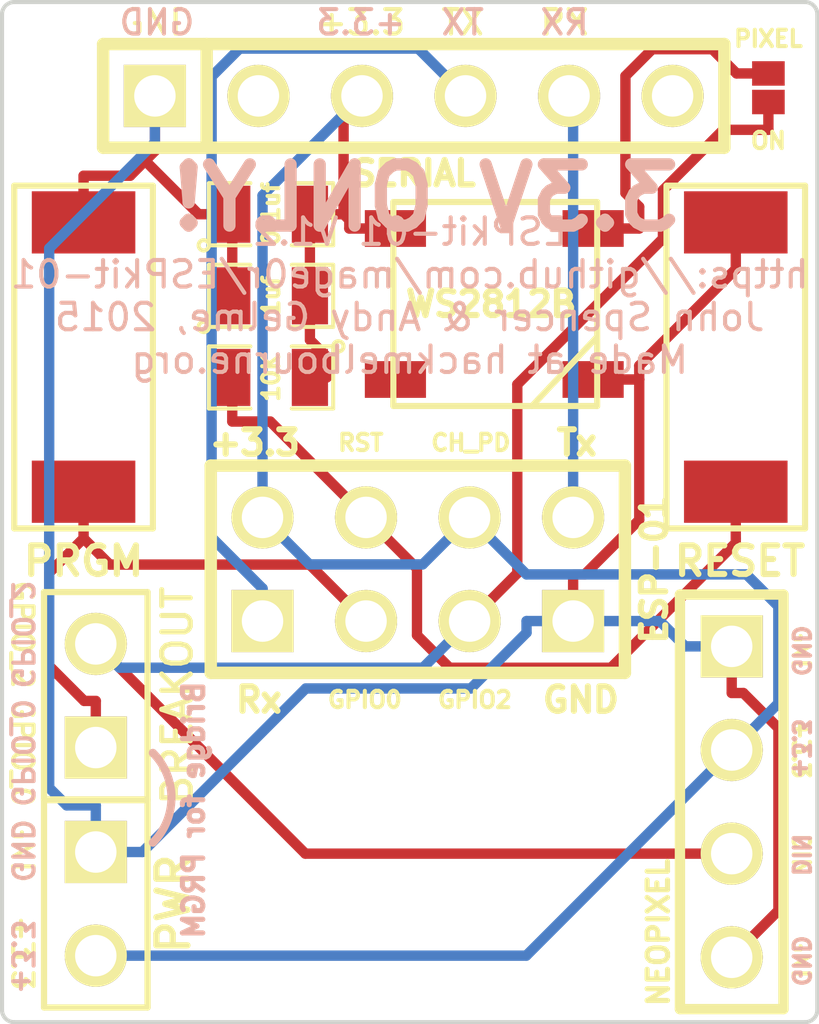
<source format=kicad_pcb>
(kicad_pcb (version 3) (host pcbnew "(2013-07-07 BZR 4022)-stable")

  (general
    (links 27)
    (no_connects 0)
    (area 11.240477 11.749243 32.473809 37.438722)
    (thickness 1.6)
    (drawings 38)
    (tracks 111)
    (zones 0)
    (modules 12)
    (nets 9)
  )

  (page A3)
  (layers
    (15 F.Cu signal)
    (0 B.Cu signal)
    (16 B.Adhes user)
    (17 F.Adhes user)
    (18 B.Paste user)
    (19 F.Paste user)
    (20 B.SilkS user)
    (21 F.SilkS user)
    (22 B.Mask user)
    (23 F.Mask user)
    (24 Dwgs.User user)
    (25 Cmts.User user)
    (26 Eco1.User user)
    (27 Eco2.User user)
    (28 Edge.Cuts user)
  )

  (setup
    (last_trace_width 0.254)
    (trace_clearance 0.254)
    (zone_clearance 0.508)
    (zone_45_only no)
    (trace_min 0.254)
    (segment_width 0.2)
    (edge_width 0.1)
    (via_size 0.889)
    (via_drill 0.635)
    (via_min_size 0.889)
    (via_min_drill 0.508)
    (uvia_size 0.508)
    (uvia_drill 0.127)
    (uvias_allowed no)
    (uvia_min_size 0.508)
    (uvia_min_drill 0.127)
    (pcb_text_width 0.3)
    (pcb_text_size 1.5 1.5)
    (mod_edge_width 0.15)
    (mod_text_size 1 1)
    (mod_text_width 0.15)
    (pad_size 1.524 2.54)
    (pad_drill 0)
    (pad_to_mask_clearance 0)
    (aux_axis_origin 0 0)
    (visible_elements 7FFFFFFF)
    (pcbplotparams
      (layerselection 301957121)
      (usegerberextensions true)
      (excludeedgelayer true)
      (linewidth 0.150000)
      (plotframeref false)
      (viasonmask false)
      (mode 1)
      (useauxorigin false)
      (hpglpennumber 1)
      (hpglpenspeed 20)
      (hpglpendiameter 15)
      (hpglpenoverlay 2)
      (psnegative false)
      (psa4output false)
      (plotreference true)
      (plotvalue true)
      (plotothertext true)
      (plotinvisibletext false)
      (padsonsilk false)
      (subtractmaskfromsilk false)
      (outputformat 1)
      (mirror false)
      (drillshape 0)
      (scaleselection 1)
      (outputdirectory Gerber.x2/))
  )

  (net 0 "")
  (net 1 +3.3V)
  (net 2 GND)
  (net 3 GPIO0)
  (net 4 GPIO2)
  (net 5 N-0000012)
  (net 6 N-000004)
  (net 7 RX)
  (net 8 TX)

  (net_class Default "This is the default net class."
    (clearance 0.254)
    (trace_width 0.254)
    (via_dia 0.889)
    (via_drill 0.635)
    (uvia_dia 0.508)
    (uvia_drill 0.127)
    (add_net "")
    (add_net +3.3V)
    (add_net GND)
    (add_net GPIO0)
    (add_net GPIO2)
    (add_net N-0000012)
    (add_net N-000004)
    (add_net RX)
    (add_net TX)
  )

  (module ws2812b (layer F.Cu) (tedit 5502FF8E) (tstamp 54EDDE40)
    (at 24.2 19.5)
    (descr ws2812b)
    (tags ws2812b)
    (path /54EDD60A)
    (fp_text reference IC1 (at 0 -3.5) (layer F.SilkS) hide
      (effects (font (size 1 1) (thickness 0.15)))
    )
    (fp_text value WS2812B (at -0.1 0) (layer F.SilkS)
      (effects (font (size 0.6 0.6) (thickness 0.15)))
    )
    (fp_line (start 0.9 2.5) (end 2.5 0.8) (layer F.SilkS) (width 0.15))
    (fp_line (start -2.5 2.5) (end -2.5 -2.5) (layer F.SilkS) (width 0.15))
    (fp_line (start -2.5 -2.5) (end 2.5 -2.5) (layer F.SilkS) (width 0.15))
    (fp_line (start 2.5 -2.5) (end 2.5 2.5) (layer F.SilkS) (width 0.15))
    (fp_line (start 2.5 2.5) (end -2.5 2.5) (layer F.SilkS) (width 0.15))
    (pad 1 smd rect (at -2.45 -1.85) (size 1.5 0.9)
      (layers F.Cu F.Paste F.Mask)
      (net 1 +3.3V)
    )
    (pad 2 smd rect (at -2.45 1.85) (size 1.5 0.9)
      (layers F.Cu F.Paste F.Mask)
    )
    (pad 3 smd rect (at 2.4 1.85) (size 1.5 0.9)
      (layers F.Cu F.Paste F.Mask)
      (net 2 GND)
    )
    (pad 4 smd rect (at 2.4 -1.85) (size 1.5 0.9)
      (layers F.Cu F.Paste F.Mask)
      (net 6 N-000004)
    )
  )

  (module SM0805 (layer F.Cu) (tedit 54EDE18A) (tstamp 556868E5)
    (at 18.7 21.3 180)
    (path /54EDD918)
    (attr smd)
    (fp_text reference R1 (at 0 -0.3175 180) (layer F.SilkS) hide
      (effects (font (size 0.50038 0.50038) (thickness 0.10922)))
    )
    (fp_text value 10K (at 0 0 270) (layer F.SilkS)
      (effects (font (size 0.4 0.4) (thickness 0.1)))
    )
    (fp_circle (center -1.651 0.762) (end -1.651 0.635) (layer F.SilkS) (width 0.09906))
    (fp_line (start -0.508 0.762) (end -1.524 0.762) (layer F.SilkS) (width 0.09906))
    (fp_line (start -1.524 0.762) (end -1.524 -0.762) (layer F.SilkS) (width 0.09906))
    (fp_line (start -1.524 -0.762) (end -0.508 -0.762) (layer F.SilkS) (width 0.09906))
    (fp_line (start 0.508 -0.762) (end 1.524 -0.762) (layer F.SilkS) (width 0.09906))
    (fp_line (start 1.524 -0.762) (end 1.524 0.762) (layer F.SilkS) (width 0.09906))
    (fp_line (start 1.524 0.762) (end 0.508 0.762) (layer F.SilkS) (width 0.09906))
    (pad 1 smd rect (at -0.9525 0 180) (size 0.889 1.397)
      (layers F.Cu F.Paste F.Mask)
      (net 1 +3.3V)
    )
    (pad 2 smd rect (at 0.9525 0 180) (size 0.889 1.397)
      (layers F.Cu F.Paste F.Mask)
      (net 5 N-0000012)
    )
    (model smd/chip_cms.wrl
      (at (xyz 0 0 0))
      (scale (xyz 0.1 0.1 0.1))
      (rotate (xyz 0 0 0))
    )
  )

  (module SM0805 (layer F.Cu) (tedit 54EDE130) (tstamp 54EDDE74)
    (at 18.7 17.3)
    (path /54EDDC7D)
    (attr smd)
    (fp_text reference C2 (at 0 -0.3175) (layer F.SilkS) hide
      (effects (font (size 0.50038 0.50038) (thickness 0.10922)))
    )
    (fp_text value 0.1uf (at 0 0 90) (layer F.SilkS)
      (effects (font (size 0.4 0.4) (thickness 0.1)))
    )
    (fp_circle (center -1.651 0.762) (end -1.651 0.635) (layer F.SilkS) (width 0.09906))
    (fp_line (start -0.508 0.762) (end -1.524 0.762) (layer F.SilkS) (width 0.09906))
    (fp_line (start -1.524 0.762) (end -1.524 -0.762) (layer F.SilkS) (width 0.09906))
    (fp_line (start -1.524 -0.762) (end -0.508 -0.762) (layer F.SilkS) (width 0.09906))
    (fp_line (start 0.508 -0.762) (end 1.524 -0.762) (layer F.SilkS) (width 0.09906))
    (fp_line (start 1.524 -0.762) (end 1.524 0.762) (layer F.SilkS) (width 0.09906))
    (fp_line (start 1.524 0.762) (end 0.508 0.762) (layer F.SilkS) (width 0.09906))
    (pad 1 smd rect (at -0.9525 0) (size 0.889 1.397)
      (layers F.Cu F.Paste F.Mask)
      (net 2 GND)
    )
    (pad 2 smd rect (at 0.9525 0) (size 0.889 1.397)
      (layers F.Cu F.Paste F.Mask)
      (net 1 +3.3V)
    )
    (model smd/chip_cms.wrl
      (at (xyz 0 0 0))
      (scale (xyz 0.1 0.1 0.1))
      (rotate (xyz 0 0 0))
    )
  )

  (module SM0805 (layer F.Cu) (tedit 54EDE140) (tstamp 54EDDE81)
    (at 18.7 19.3)
    (path /54EDDC99)
    (attr smd)
    (fp_text reference C3 (at 0 -0.3175) (layer F.SilkS) hide
      (effects (font (size 0.50038 0.50038) (thickness 0.10922)))
    )
    (fp_text value 1uf (at 0 0 90) (layer F.SilkS)
      (effects (font (size 0.4 0.4) (thickness 0.1)))
    )
    (fp_circle (center -1.651 0.762) (end -1.651 0.635) (layer F.SilkS) (width 0.09906))
    (fp_line (start -0.508 0.762) (end -1.524 0.762) (layer F.SilkS) (width 0.09906))
    (fp_line (start -1.524 0.762) (end -1.524 -0.762) (layer F.SilkS) (width 0.09906))
    (fp_line (start -1.524 -0.762) (end -0.508 -0.762) (layer F.SilkS) (width 0.09906))
    (fp_line (start 0.508 -0.762) (end 1.524 -0.762) (layer F.SilkS) (width 0.09906))
    (fp_line (start 1.524 -0.762) (end 1.524 0.762) (layer F.SilkS) (width 0.09906))
    (fp_line (start 1.524 0.762) (end 0.508 0.762) (layer F.SilkS) (width 0.09906))
    (pad 1 smd rect (at -0.9525 0) (size 0.889 1.397)
      (layers F.Cu F.Paste F.Mask)
      (net 2 GND)
    )
    (pad 2 smd rect (at 0.9525 0) (size 0.889 1.397)
      (layers F.Cu F.Paste F.Mask)
      (net 1 +3.3V)
    )
    (model smd/chip_cms.wrl
      (at (xyz 0 0 0))
      (scale (xyz 0.1 0.1 0.1))
      (rotate (xyz 0 0 0))
    )
  )

  (module PIN_ARRAY_4x1 (layer F.Cu) (tedit 5502FDF8) (tstamp 54EDDEAA)
    (at 30 31.7 270)
    (descr "Double rangee de contacts 2 x 5 pins")
    (tags CONN)
    (path /54EDDAA2)
    (fp_text reference P5 (at 2.6 2 270) (layer F.SilkS) hide
      (effects (font (size 1.016 1.016) (thickness 0.2032)))
    )
    (fp_text value NEOPIXEL (at 3.2 1.8 270) (layer F.SilkS)
      (effects (font (size 0.5 0.5) (thickness 0.125)))
    )
    (fp_line (start 5.08 1.27) (end -5.08 1.27) (layer F.SilkS) (width 0.254))
    (fp_line (start 5.08 -1.27) (end -5.08 -1.27) (layer F.SilkS) (width 0.254))
    (fp_line (start -5.08 -1.27) (end -5.08 1.27) (layer F.SilkS) (width 0.254))
    (fp_line (start 5.08 1.27) (end 5.08 -1.27) (layer F.SilkS) (width 0.254))
    (pad 1 thru_hole rect (at -3.81 0 270) (size 1.524 1.524) (drill 1.016)
      (layers *.Cu *.Mask F.SilkS)
      (net 2 GND)
    )
    (pad 2 thru_hole circle (at -1.27 0 270) (size 1.524 1.524) (drill 1.016)
      (layers *.Cu *.Mask F.SilkS)
      (net 1 +3.3V)
    )
    (pad 3 thru_hole circle (at 1.27 0 270) (size 1.524 1.524) (drill 1.016)
      (layers *.Cu *.Mask F.SilkS)
      (net 4 GPIO2)
    )
    (pad 4 thru_hole circle (at 3.81 0 270) (size 1.524 1.524) (drill 1.016)
      (layers *.Cu *.Mask F.SilkS)
      (net 2 GND)
    )
    (model pin_array\pins_array_4x1.wrl
      (at (xyz 0 0 0))
      (scale (xyz 1 1 1))
      (rotate (xyz 0 0 0))
    )
  )

  (module PIN_ARRAY_2X1 (layer F.Cu) (tedit 5502F774) (tstamp 54EDDEB4)
    (at 14.4 29.1 90)
    (descr "Connecteurs 2 pins")
    (tags "CONN DEV")
    (path /54EDD989)
    (fp_text reference P2 (at 3.4 -0.6 90) (layer F.SilkS) hide
      (effects (font (size 0.762 0.762) (thickness 0.1524)))
    )
    (fp_text value BREAKOUT (at 0 2 90) (layer F.SilkS)
      (effects (font (size 0.7 0.7) (thickness 0.125)))
    )
    (fp_line (start -2.54 1.27) (end -2.54 -1.27) (layer F.SilkS) (width 0.1524))
    (fp_line (start -2.54 -1.27) (end 2.54 -1.27) (layer F.SilkS) (width 0.1524))
    (fp_line (start 2.54 -1.27) (end 2.54 1.27) (layer F.SilkS) (width 0.1524))
    (fp_line (start 2.54 1.27) (end -2.54 1.27) (layer F.SilkS) (width 0.1524))
    (pad 1 thru_hole rect (at -1.27 0 90) (size 1.524 1.524) (drill 1.016)
      (layers *.Cu *.Mask F.SilkS)
      (net 3 GPIO0)
    )
    (pad 2 thru_hole circle (at 1.27 0 90) (size 1.524 1.524) (drill 1.016)
      (layers *.Cu *.Mask F.SilkS)
      (net 4 GPIO2)
    )
    (model pin_array/pins_array_2x1.wrl
      (at (xyz 0 0 0))
      (scale (xyz 1 1 1))
      (rotate (xyz 0 0 0))
    )
  )

  (module PIN_ARRAY-6X1 (layer F.Cu) (tedit 54EF06E2) (tstamp 54EDDECD)
    (at 22.2 14.4)
    (descr "Connecteur 6 pins")
    (tags "CONN DEV")
    (path /54EDD680)
    (fp_text reference P3 (at -3 2.3) (layer F.SilkS) hide
      (effects (font (size 1.016 1.016) (thickness 0.2032)))
    )
    (fp_text value SERIAL (at 0 1.9) (layer F.SilkS)
      (effects (font (size 0.6 0.6) (thickness 0.15)))
    )
    (fp_line (start -7.62 1.27) (end -7.62 -1.27) (layer F.SilkS) (width 0.3048))
    (fp_line (start -7.62 -1.27) (end 7.62 -1.27) (layer F.SilkS) (width 0.3048))
    (fp_line (start 7.62 -1.27) (end 7.62 1.27) (layer F.SilkS) (width 0.3048))
    (fp_line (start 7.62 1.27) (end -7.62 1.27) (layer F.SilkS) (width 0.3048))
    (fp_line (start -5.08 1.27) (end -5.08 -1.27) (layer F.SilkS) (width 0.3048))
    (pad 1 thru_hole rect (at -6.35 0) (size 1.524 1.524) (drill 1.016)
      (layers *.Cu *.Mask F.SilkS)
      (net 2 GND)
    )
    (pad 2 thru_hole circle (at -3.81 0) (size 1.524 1.524) (drill 1.016)
      (layers *.Cu *.Mask F.SilkS)
    )
    (pad 3 thru_hole circle (at -1.27 0) (size 1.524 1.524) (drill 1.016)
      (layers *.Cu *.Mask F.SilkS)
      (net 1 +3.3V)
    )
    (pad 4 thru_hole circle (at 1.27 0) (size 1.524 1.524) (drill 1.016)
      (layers *.Cu *.Mask F.SilkS)
      (net 8 TX)
    )
    (pad 5 thru_hole circle (at 3.81 0) (size 1.524 1.524) (drill 1.016)
      (layers *.Cu *.Mask F.SilkS)
      (net 7 RX)
    )
    (pad 6 thru_hole circle (at 6.35 0) (size 1.524 1.524) (drill 1.016)
      (layers *.Cu *.Mask F.SilkS)
    )
    (model pin_array/pins_array_6x1.wrl
      (at (xyz 0 0 0))
      (scale (xyz 1 1 1))
      (rotate (xyz 0 0 0))
    )
  )

  (module ESP-01 (layer F.Cu) (tedit 5502F93B) (tstamp 54EEEC65)
    (at 22.3 26)
    (path /54EEE7FA)
    (fp_text reference P1 (at -5.9 0 90) (layer F.SilkS) hide
      (effects (font (size 1.016 1.016) (thickness 0.2032)))
    )
    (fp_text value ESP-01 (at 5.8 0 90) (layer F.SilkS)
      (effects (font (size 0.6 0.6) (thickness 0.15)))
    )
    (fp_text user +3.3 (at -4 -3.1) (layer F.SilkS)
      (effects (font (size 0.6 0.6) (thickness 0.15)))
    )
    (fp_text user RST (at -1.4 -3.1) (layer F.SilkS)
      (effects (font (size 0.4 0.4) (thickness 0.1)))
    )
    (fp_text user Tx (at 3.9 -3.1) (layer F.SilkS)
      (effects (font (size 0.6 0.6) (thickness 0.15)))
    )
    (fp_text user CH_PD (at 1.3 -3.1) (layer F.SilkS)
      (effects (font (size 0.4 0.4) (thickness 0.1)))
    )
    (fp_text user GPIO2 (at 1.4 3.2) (layer F.SilkS)
      (effects (font (size 0.4 0.4) (thickness 0.1)))
    )
    (fp_text user GND (at 4 3.2) (layer F.SilkS)
      (effects (font (size 0.6 0.6) (thickness 0.15)))
    )
    (fp_text user GPIO0 (at -1.3 3.2) (layer F.SilkS)
      (effects (font (size 0.4 0.4) (thickness 0.1)))
    )
    (fp_text user Rx (at -3.9 3.2) (layer F.SilkS)
      (effects (font (size 0.6 0.6) (thickness 0.15)))
    )
    (fp_line (start -5.08 -2.54) (end 5.08 -2.54) (layer F.SilkS) (width 0.3048))
    (fp_line (start 5.08 -2.54) (end 5.08 2.54) (layer F.SilkS) (width 0.3048))
    (fp_line (start 5.08 2.54) (end -5.08 2.54) (layer F.SilkS) (width 0.3048))
    (fp_line (start -5.08 2.54) (end -5.08 -2.54) (layer F.SilkS) (width 0.3048))
    (pad 1 thru_hole rect (at -3.81 1.27) (size 1.524 1.524) (drill 1.016)
      (layers *.Cu *.Mask F.SilkS)
      (net 8 TX)
    )
    (pad 2 thru_hole circle (at -3.81 -1.27) (size 1.524 1.524) (drill 1.016)
      (layers *.Cu *.Mask F.SilkS)
      (net 1 +3.3V)
    )
    (pad 3 thru_hole circle (at -1.27 1.27) (size 1.524 1.524) (drill 1.016)
      (layers *.Cu *.Mask F.SilkS)
      (net 3 GPIO0)
    )
    (pad 4 thru_hole circle (at -1.27 -1.27) (size 1.524 1.524) (drill 1.016)
      (layers *.Cu *.Mask F.SilkS)
      (net 5 N-0000012)
    )
    (pad 5 thru_hole circle (at 1.27 1.27) (size 1.524 1.524) (drill 1.016)
      (layers *.Cu *.Mask F.SilkS)
      (net 4 GPIO2)
    )
    (pad 6 thru_hole circle (at 1.27 -1.27) (size 1.524 1.524) (drill 1.016)
      (layers *.Cu *.Mask F.SilkS)
      (net 1 +3.3V)
    )
    (pad 7 thru_hole rect (at 3.81 1.27) (size 1.524 1.524) (drill 1.016)
      (layers *.Cu *.Mask F.SilkS)
      (net 2 GND)
    )
    (pad 8 thru_hole circle (at 3.81 -1.27) (size 1.524 1.524) (drill 1.016)
      (layers *.Cu *.Mask F.SilkS)
      (net 7 RX)
    )
    (model pin_array/pins_array_4x2.wrl
      (at (xyz 0 0 0))
      (scale (xyz 1 1 1))
      (rotate (xyz 0 0 0))
    )
  )

  (module 603_bridge (layer F.Cu) (tedit 54EF01D7) (tstamp 54EF09F8)
    (at 30.9 14.2 90)
    (path /54EEEF39)
    (fp_text reference P6 (at 0 -0.9 90) (layer F.SilkS) hide
      (effects (font (size 0.20066 0.20066) (thickness 0.04064)))
    )
    (fp_text value BRIDGE (at 0 0.9 90) (layer F.SilkS) hide
      (effects (font (size 0.20066 0.20066) (thickness 0.04064)))
    )
    (pad 1 smd rect (at 0.35 0 90) (size 0.6 0.8)
      (layers F.Cu F.Paste F.Mask)
      (net 6 N-000004)
    )
    (pad 2 smd rect (at -0.35 0 90) (size 0.6 0.8)
      (layers F.Cu F.Paste F.Mask)
      (net 4 GPIO2)
    )
    (model smd/capacitors/c_0603.wrl
      (at (xyz 0 0 0))
      (scale (xyz 1 1 1))
      (rotate (xyz 0 0 0))
    )
  )

  (module PIN_ARRAY_2X1 (layer F.Cu) (tedit 5502EFF8) (tstamp 54EDDEBE)
    (at 14.4 34.2 270)
    (descr "Connecteurs 2 pins")
    (tags "CONN DEV")
    (path /54EDDD55)
    (fp_text reference P4 (at 0 -1.905 270) (layer F.SilkS) hide
      (effects (font (size 0.762 0.762) (thickness 0.1524)))
    )
    (fp_text value PWR (at 0 -1.905 270) (layer F.SilkS)
      (effects (font (size 0.762 0.762) (thickness 0.1524)))
    )
    (fp_line (start -2.54 1.27) (end -2.54 -1.27) (layer F.SilkS) (width 0.1524))
    (fp_line (start -2.54 -1.27) (end 2.54 -1.27) (layer F.SilkS) (width 0.1524))
    (fp_line (start 2.54 -1.27) (end 2.54 1.27) (layer F.SilkS) (width 0.1524))
    (fp_line (start 2.54 1.27) (end -2.54 1.27) (layer F.SilkS) (width 0.1524))
    (pad 1 thru_hole rect (at -1.27 0 270) (size 1.524 1.524) (drill 1.016)
      (layers *.Cu *.Mask F.SilkS)
      (net 2 GND)
    )
    (pad 2 thru_hole circle (at 1.27 0 270) (size 1.524 1.524) (drill 1.016)
      (layers *.Cu *.Mask F.SilkS)
      (net 1 +3.3V)
    )
    (model pin_array/pins_array_2x1.wrl
      (at (xyz 0 0 0))
      (scale (xyz 1 1 1))
      (rotate (xyz 0 0 0))
    )
  )

  (module 1107G (layer F.Cu) (tedit 55686D2C) (tstamp 54EDDF12)
    (at 14.1 20.8 90)
    (tags SWITCH)
    (path /54EDD54C)
    (fp_text reference SW2 (at 0 0 90) (layer F.SilkS) hide
      (effects (font (size 1 1) (thickness 0.15)))
    )
    (fp_text value PRGM (at -5 0 180) (layer F.SilkS)
      (effects (font (size 0.7 0.7) (thickness 0.15)))
    )
    (fp_line (start -4.2 -1.7) (end 4.2 -1.7) (layer F.SilkS) (width 0.15))
    (fp_line (start 4.2 -1.7) (end 4.2 1.7) (layer F.SilkS) (width 0.15))
    (fp_line (start 4.2 1.7) (end -4.2 1.7) (layer F.SilkS) (width 0.15))
    (fp_line (start -4.2 1.7) (end -4.2 -1.7) (layer F.SilkS) (width 0.15))
    (pad 1 smd rect (at 3.3 0 90) (size 1.524 2.54)
      (layers F.Cu F.Paste F.Mask)
      (net 2 GND)
    )
    (pad 2 smd rect (at -3.3 0 90) (size 1.524 2.54)
      (layers F.Cu F.Paste F.Mask)
      (net 3 GPIO0)
    )
  )

  (module 1107G (layer F.Cu) (tedit 55686D29) (tstamp 54EDDF1C)
    (at 30.1 20.8 270)
    (tags SWITCH)
    (path /54EDD8EB)
    (fp_text reference SW1 (at 0.1 0.2 270) (layer F.SilkS) hide
      (effects (font (size 1 1) (thickness 0.15)))
    )
    (fp_text value RESET (at 5 -0.1 360) (layer F.SilkS)
      (effects (font (size 0.7 0.7) (thickness 0.15)))
    )
    (fp_line (start -4.2 -1.7) (end 4.2 -1.7) (layer F.SilkS) (width 0.15))
    (fp_line (start 4.2 -1.7) (end 4.2 1.7) (layer F.SilkS) (width 0.15))
    (fp_line (start 4.2 1.7) (end -4.2 1.7) (layer F.SilkS) (width 0.15))
    (fp_line (start -4.2 1.7) (end -4.2 -1.7) (layer F.SilkS) (width 0.15))
    (pad 1 smd rect (at 3.3 0 270) (size 1.524 2.54)
      (layers F.Cu F.Paste F.Mask)
      (net 5 N-0000012)
    )
    (pad 2 smd rect (at -3.3 0 270) (size 1.524 2.54)
      (layers F.Cu F.Paste F.Mask)
      (net 2 GND)
    )
  )

  (gr_line (start 32.1 12.4) (end 32.1 36.8) (angle 90) (layer Edge.Cuts) (width 0.1))
  (gr_arc (start 14.7 31.6) (end 15.8 30.5) (angle 90) (layer B.SilkS) (width 0.2))
  (gr_text "Bridge for PRGM" (at 16.8 31.9 90) (layer B.SilkS)
    (effects (font (size 0.5 0.5) (thickness 0.125)) (justify mirror))
  )
  (gr_text "3.3V ONLY!" (at 22.5 16.9) (layer B.SilkS)
    (effects (font (size 1.5 1.5) (thickness 0.3)) (justify mirror))
  )
  (gr_text GND (at 12.6 32.9 270) (layer B.SilkS) (tstamp 54EF0A3D)
    (effects (font (size 0.5 0.5) (thickness 0.1)) (justify mirror))
  )
  (gr_text +3.3 (at 12.6 35.5 270) (layer B.SilkS) (tstamp 54EF0A3C)
    (effects (font (size 0.5 0.5) (thickness 0.1)) (justify mirror))
  )
  (gr_text GPIO_2 (at 12.6 27.6 270) (layer B.SilkS) (tstamp 54EF0A3B)
    (effects (font (size 0.5 0.5) (thickness 0.1)) (justify mirror))
  )
  (gr_text GPIO_0 (at 12.6 30.5 270) (layer B.SilkS) (tstamp 54EF0A3A)
    (effects (font (size 0.5 0.5) (thickness 0.1)) (justify mirror))
  )
  (gr_text +3.3 (at 31.7 30.4 270) (layer B.SilkS) (tstamp 54EF0A31)
    (effects (font (size 0.4 0.4) (thickness 0.1)) (justify mirror))
  )
  (gr_text GND (at 31.7 28 270) (layer B.SilkS) (tstamp 54EF0A30)
    (effects (font (size 0.4 0.4) (thickness 0.1)) (justify mirror))
  )
  (gr_text GND (at 31.7 35.6 270) (layer B.SilkS) (tstamp 54EF0A2F)
    (effects (font (size 0.4 0.4) (thickness 0.1)) (justify mirror))
  )
  (gr_text DIN (at 31.7 33 270) (layer B.SilkS) (tstamp 54EF0A2E)
    (effects (font (size 0.4 0.4) (thickness 0.1)) (justify mirror))
  )
  (gr_text GND (at 15.9 12.6) (layer B.SilkS) (tstamp 54EF0A25)
    (effects (font (size 0.6 0.6) (thickness 0.1)) (justify mirror))
  )
  (gr_text +3.3 (at 20.9 12.6) (layer B.SilkS) (tstamp 54EF0A24)
    (effects (font (size 0.6 0.6) (thickness 0.1)) (justify mirror))
  )
  (gr_text TX (at 23.4 12.6) (layer B.SilkS) (tstamp 54EF0A23)
    (effects (font (size 0.6 0.6) (thickness 0.1)) (justify mirror))
  )
  (gr_text RX (at 25.9 12.6) (layer B.SilkS) (tstamp 54EF0A22)
    (effects (font (size 0.6 0.6) (thickness 0.1)) (justify mirror))
  )
  (gr_text PIXEL (at 30.9 13) (layer F.SilkS)
    (effects (font (size 0.4 0.4) (thickness 0.1)))
  )
  (gr_text ON (at 30.9 15.5) (layer F.SilkS)
    (effects (font (size 0.4 0.4) (thickness 0.1)))
  )
  (gr_arc (start 31.8 36.8) (end 32.1 36.8) (angle 90) (layer Edge.Cuts) (width 0.1))
  (gr_arc (start 31.8 12.4) (end 31.8 12.1) (angle 90) (layer Edge.Cuts) (width 0.1))
  (gr_arc (start 12.4 12.4) (end 12.1 12.4) (angle 90) (layer Edge.Cuts) (width 0.1))
  (gr_arc (start 12.4 36.8) (end 12.4 37.1) (angle 90) (layer Edge.Cuts) (width 0.1))
  (gr_text "ESPkit-01 V1.2\nhttps://github.com/mage0r/ESPkit-01\nJohn Spencer & Andy Gelme, 2015\nMade at hackmelbourne.org" (at 22.1 19.3) (layer B.SilkS)
    (effects (font (size 0.65 0.65) (thickness 0.1)) (justify mirror))
  )
  (gr_text GPIO_0 (at 12.6 30.5 270) (layer F.SilkS)
    (effects (font (size 0.5 0.5) (thickness 0.1)))
  )
  (gr_text GPIO_2 (at 12.6 27.6 270) (layer F.SilkS)
    (effects (font (size 0.5 0.5) (thickness 0.1)))
  )
  (gr_text +3.3 (at 12.6 35.4 270) (layer F.SilkS)
    (effects (font (size 0.5 0.5) (thickness 0.1)))
  )
  (gr_text GND (at 12.6 32.9 270) (layer F.SilkS)
    (effects (font (size 0.5 0.5) (thickness 0.1)))
  )
  (gr_text DIN (at 31.7 33 270) (layer F.SilkS)
    (effects (font (size 0.4 0.4) (thickness 0.1)))
  )
  (gr_text GND (at 31.7 35.6 270) (layer F.SilkS)
    (effects (font (size 0.4 0.4) (thickness 0.1)))
  )
  (gr_text GND (at 31.7 28 270) (layer F.SilkS)
    (effects (font (size 0.4 0.4) (thickness 0.1)))
  )
  (gr_text +3.3 (at 31.7 30.4 270) (layer F.SilkS)
    (effects (font (size 0.4 0.4) (thickness 0.1)))
  )
  (gr_line (start 31.8 37.1) (end 12.4 37.1) (angle 90) (layer Edge.Cuts) (width 0.1))
  (gr_line (start 12.1 12.4) (end 12.1 36.8) (angle 90) (layer Edge.Cuts) (width 0.1) (tstamp 54EDE7CF))
  (gr_line (start 31.8 12.1) (end 12.4 12.1) (angle 90) (layer Edge.Cuts) (width 0.1))
  (gr_text RX (at 25.9 12.6) (layer F.SilkS)
    (effects (font (size 0.6 0.6) (thickness 0.1)))
  )
  (gr_text TX (at 23.4 12.6) (layer F.SilkS)
    (effects (font (size 0.6 0.6) (thickness 0.1)))
  )
  (gr_text +3.3 (at 20.9 12.6) (layer F.SilkS)
    (effects (font (size 0.6 0.6) (thickness 0.1)))
  )
  (gr_text GND (at 15.9 12.6) (layer F.SilkS)
    (effects (font (size 0.6 0.6) (thickness 0.1)))
  )

  (segment (start 24.9666 26.1266) (end 23.57 24.73) (width 0.254) (layer B.Cu) (net 1))
  (segment (start 30.3613 26.1266) (end 24.9666 26.1266) (width 0.254) (layer B.Cu) (net 1))
  (segment (start 31.1434 26.9087) (end 30.3613 26.1266) (width 0.254) (layer B.Cu) (net 1))
  (segment (start 31.1434 29.2866) (end 31.1434 26.9087) (width 0.254) (layer B.Cu) (net 1))
  (segment (start 30 30.43) (end 31.1434 29.2866) (width 0.254) (layer B.Cu) (net 1))
  (segment (start 19.6525 21.3) (end 20.0654 21.3) (width 0.254) (layer F.Cu) (net 1))
  (segment (start 20.0654 20.7927) (end 19.6525 20.3798) (width 0.254) (layer F.Cu) (net 1))
  (segment (start 20.0654 21.3) (end 20.0654 20.7927) (width 0.254) (layer F.Cu) (net 1))
  (segment (start 19.6525 19.3) (end 19.6525 20.3798) (width 0.254) (layer F.Cu) (net 1))
  (segment (start 19.6525 17.3) (end 19.6525 19.3) (width 0.254) (layer F.Cu) (net 1))
  (segment (start 20.4783 14.8517) (end 20.93 14.4) (width 0.254) (layer F.Cu) (net 1))
  (segment (start 20.4783 17.3) (end 20.4783 14.8517) (width 0.254) (layer F.Cu) (net 1))
  (segment (start 19.6525 17.3) (end 20.0654 17.3) (width 0.254) (layer F.Cu) (net 1))
  (segment (start 20.0654 17.3) (end 20.4783 17.3) (width 0.254) (layer F.Cu) (net 1))
  (segment (start 20.6187 17.4404) (end 20.6187 17.65) (width 0.254) (layer F.Cu) (net 1))
  (segment (start 20.4783 17.3) (end 20.6187 17.4404) (width 0.254) (layer F.Cu) (net 1))
  (segment (start 21.75 17.65) (end 20.6187 17.65) (width 0.254) (layer F.Cu) (net 1))
  (segment (start 24.96 35.47) (end 30 30.43) (width 0.254) (layer B.Cu) (net 1))
  (segment (start 14.4 35.47) (end 24.96 35.47) (width 0.254) (layer B.Cu) (net 1))
  (segment (start 18.49 16.84) (end 20.93 14.4) (width 0.254) (layer B.Cu) (net 1))
  (segment (start 18.49 24.73) (end 18.49 16.84) (width 0.254) (layer B.Cu) (net 1))
  (segment (start 19.6411 25.8811) (end 18.49 24.73) (width 0.254) (layer B.Cu) (net 1))
  (segment (start 22.4189 25.8811) (end 19.6411 25.8811) (width 0.254) (layer B.Cu) (net 1))
  (segment (start 23.57 24.73) (end 22.4189 25.8811) (width 0.254) (layer B.Cu) (net 1))
  (segment (start 30 27.89) (end 28.8567 27.89) (width 0.254) (layer B.Cu) (net 2))
  (segment (start 17.7475 19.3) (end 17.7475 17.3) (width 0.254) (layer F.Cu) (net 2))
  (segment (start 31.1456 34.3644) (end 30 35.51) (width 0.254) (layer F.Cu) (net 2))
  (segment (start 31.1456 29.8931) (end 31.1456 34.3644) (width 0.254) (layer F.Cu) (net 2))
  (segment (start 30.2858 29.0333) (end 31.1456 29.8931) (width 0.254) (layer F.Cu) (net 2))
  (segment (start 30 29.0333) (end 30.2858 29.0333) (width 0.254) (layer F.Cu) (net 2))
  (segment (start 30 27.89) (end 30 29.0333) (width 0.254) (layer F.Cu) (net 2))
  (segment (start 27.7313 21.012) (end 27.7313 21.35) (width 0.254) (layer F.Cu) (net 2))
  (segment (start 30.1 18.6433) (end 27.7313 21.012) (width 0.254) (layer F.Cu) (net 2))
  (segment (start 30.1 17.5) (end 30.1 18.6433) (width 0.254) (layer F.Cu) (net 2))
  (segment (start 26.6 21.35) (end 27.7313 21.35) (width 0.254) (layer F.Cu) (net 2))
  (segment (start 15.85 14.4) (end 15.85 15.5433) (width 0.254) (layer F.Cu) (net 2))
  (segment (start 17.7475 17.3) (end 16.9217 17.3) (width 0.254) (layer F.Cu) (net 2))
  (segment (start 14.1 17.5) (end 14.1 16.3567) (width 0.254) (layer F.Cu) (net 2))
  (segment (start 15.6109 15.9891) (end 16.9217 17.3) (width 0.254) (layer F.Cu) (net 2))
  (segment (start 15.2433 16.3567) (end 15.6109 15.9891) (width 0.254) (layer F.Cu) (net 2))
  (segment (start 14.1 16.3567) (end 15.2433 16.3567) (width 0.254) (layer F.Cu) (net 2))
  (segment (start 15.85 15.75) (end 15.85 15.5433) (width 0.254) (layer F.Cu) (net 2))
  (segment (start 15.6109 15.9891) (end 15.85 15.75) (width 0.254) (layer F.Cu) (net 2))
  (segment (start 14.4 32.93) (end 15.5433 32.93) (width 0.254) (layer B.Cu) (net 2))
  (segment (start 28.2367 27.27) (end 28.8567 27.89) (width 0.254) (layer B.Cu) (net 2))
  (segment (start 26.11 27.27) (end 28.2367 27.27) (width 0.254) (layer B.Cu) (net 2))
  (segment (start 19.5515 28.9218) (end 15.5433 32.93) (width 0.254) (layer B.Cu) (net 2))
  (segment (start 23.6007 28.9218) (end 19.5515 28.9218) (width 0.254) (layer B.Cu) (net 2))
  (segment (start 24.9667 27.5558) (end 23.6007 28.9218) (width 0.254) (layer B.Cu) (net 2))
  (segment (start 24.9667 27.27) (end 24.9667 27.5558) (width 0.254) (layer B.Cu) (net 2))
  (segment (start 26.11 27.27) (end 24.9667 27.27) (width 0.254) (layer B.Cu) (net 2))
  (segment (start 13.6854 31.7867) (end 14.4 31.7867) (width 0.254) (layer B.Cu) (net 2))
  (segment (start 13.2567 31.358) (end 13.6854 31.7867) (width 0.254) (layer B.Cu) (net 2))
  (segment (start 13.2567 18.1366) (end 13.2567 31.358) (width 0.254) (layer B.Cu) (net 2))
  (segment (start 15.85 15.5433) (end 13.2567 18.1366) (width 0.254) (layer B.Cu) (net 2))
  (segment (start 15.85 14.4) (end 15.85 15.5433) (width 0.254) (layer B.Cu) (net 2))
  (segment (start 14.4 32.93) (end 14.4 31.7867) (width 0.254) (layer B.Cu) (net 2))
  (segment (start 26.6 21.35) (end 27.7313 21.35) (width 0.254) (layer F.Cu) (net 2))
  (segment (start 26.3958 26.1267) (end 26.11 26.1267) (width 0.254) (layer F.Cu) (net 2))
  (segment (start 27.7313 24.7912) (end 26.3958 26.1267) (width 0.254) (layer F.Cu) (net 2))
  (segment (start 27.7313 21.35) (end 27.7313 24.7912) (width 0.254) (layer F.Cu) (net 2))
  (segment (start 26.11 27.27) (end 26.11 26.1267) (width 0.254) (layer F.Cu) (net 2))
  (segment (start 14.7428 25.8861) (end 14.1 25.2433) (width 0.254) (layer F.Cu) (net 3))
  (segment (start 19.6461 25.8861) (end 14.7428 25.8861) (width 0.254) (layer F.Cu) (net 3))
  (segment (start 21.03 27.27) (end 19.6461 25.8861) (width 0.254) (layer F.Cu) (net 3))
  (segment (start 14.1 24.1) (end 14.1 25.2433) (width 0.254) (layer F.Cu) (net 3))
  (segment (start 14.1141 29.2267) (end 14.4 29.2267) (width 0.254) (layer F.Cu) (net 3))
  (segment (start 13.2567 28.3693) (end 14.1141 29.2267) (width 0.254) (layer F.Cu) (net 3))
  (segment (start 13.2567 26.0866) (end 13.2567 28.3693) (width 0.254) (layer F.Cu) (net 3))
  (segment (start 14.1 25.2433) (end 13.2567 26.0866) (width 0.254) (layer F.Cu) (net 3))
  (segment (start 14.4 30.37) (end 14.4 29.2267) (width 0.254) (layer F.Cu) (net 3))
  (segment (start 22.4266 28.4134) (end 23.57 27.27) (width 0.254) (layer B.Cu) (net 4))
  (segment (start 14.9834 28.4134) (end 22.4266 28.4134) (width 0.254) (layer B.Cu) (net 4))
  (segment (start 14.4 27.83) (end 14.9834 28.4134) (width 0.254) (layer B.Cu) (net 4))
  (segment (start 19.54 32.97) (end 30 32.97) (width 0.254) (layer F.Cu) (net 4))
  (segment (start 14.4 27.83) (end 19.54 32.97) (width 0.254) (layer F.Cu) (net 4))
  (segment (start 30.9 14.55) (end 30.9 15.2313) (width 0.254) (layer F.Cu) (net 4))
  (segment (start 24.74 26.1) (end 23.57 27.27) (width 0.254) (layer F.Cu) (net 4))
  (segment (start 24.74 21.4708) (end 24.74 26.1) (width 0.254) (layer F.Cu) (net 4))
  (segment (start 28.3125 17.8983) (end 24.74 21.4708) (width 0.254) (layer F.Cu) (net 4))
  (segment (start 28.3125 16.7117) (end 28.3125 17.8983) (width 0.254) (layer F.Cu) (net 4))
  (segment (start 29.7929 15.2313) (end 28.3125 16.7117) (width 0.254) (layer F.Cu) (net 4))
  (segment (start 30.9 15.2313) (end 29.7929 15.2313) (width 0.254) (layer F.Cu) (net 4))
  (segment (start 18.6798 22.3798) (end 17.7475 22.3798) (width 0.254) (layer F.Cu) (net 5))
  (segment (start 21.03 24.73) (end 18.6798 22.3798) (width 0.254) (layer F.Cu) (net 5))
  (segment (start 17.7475 21.3) (end 17.7475 22.3798) (width 0.254) (layer F.Cu) (net 5))
  (segment (start 30.1 24.1) (end 30.1 25.2433) (width 0.254) (layer F.Cu) (net 5))
  (segment (start 22.2795 25.9795) (end 21.03 24.73) (width 0.254) (layer F.Cu) (net 5))
  (segment (start 22.2795 27.6159) (end 22.2795 25.9795) (width 0.254) (layer F.Cu) (net 5))
  (segment (start 23.078 28.4144) (end 22.2795 27.6159) (width 0.254) (layer F.Cu) (net 5))
  (segment (start 27.039 28.4144) (end 23.078 28.4144) (width 0.254) (layer F.Cu) (net 5))
  (segment (start 30.1 25.3534) (end 27.039 28.4144) (width 0.254) (layer F.Cu) (net 5))
  (segment (start 30.1 25.2433) (end 30.1 25.3534) (width 0.254) (layer F.Cu) (net 5))
  (segment (start 30.9 13.85) (end 30.1187 13.85) (width 0.254) (layer F.Cu) (net 6))
  (segment (start 26.6 17.65) (end 27.7313 17.65) (width 0.254) (layer F.Cu) (net 6))
  (segment (start 27.7313 17.1185) (end 27.7313 17.65) (width 0.254) (layer F.Cu) (net 6))
  (segment (start 27.3928 16.78) (end 27.7313 17.1185) (width 0.254) (layer F.Cu) (net 6))
  (segment (start 27.3928 13.9125) (end 27.3928 16.78) (width 0.254) (layer F.Cu) (net 6))
  (segment (start 28.0492 13.2561) (end 27.3928 13.9125) (width 0.254) (layer F.Cu) (net 6))
  (segment (start 29.5248 13.2561) (end 28.0492 13.2561) (width 0.254) (layer F.Cu) (net 6))
  (segment (start 30.1187 13.85) (end 29.5248 13.2561) (width 0.254) (layer F.Cu) (net 6))
  (segment (start 26.11 14.5) (end 26.01 14.4) (width 0.254) (layer B.Cu) (net 7))
  (segment (start 26.11 24.73) (end 26.11 14.5) (width 0.254) (layer B.Cu) (net 7))
  (segment (start 18.49 27.27) (end 18.49 26.4698) (width 0.254) (layer B.Cu) (net 8))
  (segment (start 17.2406 25.2204) (end 18.49 26.4698) (width 0.254) (layer B.Cu) (net 8))
  (segment (start 17.2406 13.9274) (end 17.2406 25.2204) (width 0.254) (layer B.Cu) (net 8))
  (segment (start 17.9273 13.2407) (end 17.2406 13.9274) (width 0.254) (layer B.Cu) (net 8))
  (segment (start 22.3107 13.2407) (end 17.9273 13.2407) (width 0.254) (layer B.Cu) (net 8))
  (segment (start 23.47 14.4) (end 22.3107 13.2407) (width 0.254) (layer B.Cu) (net 8))
  (segment (start 18.49 27.1462) (end 18.5417 27.1979) (width 0.254) (layer B.Cu) (net 8))
  (segment (start 18.49 26.4698) (end 18.49 27.1462) (width 0.254) (layer B.Cu) (net 8))

)

</source>
